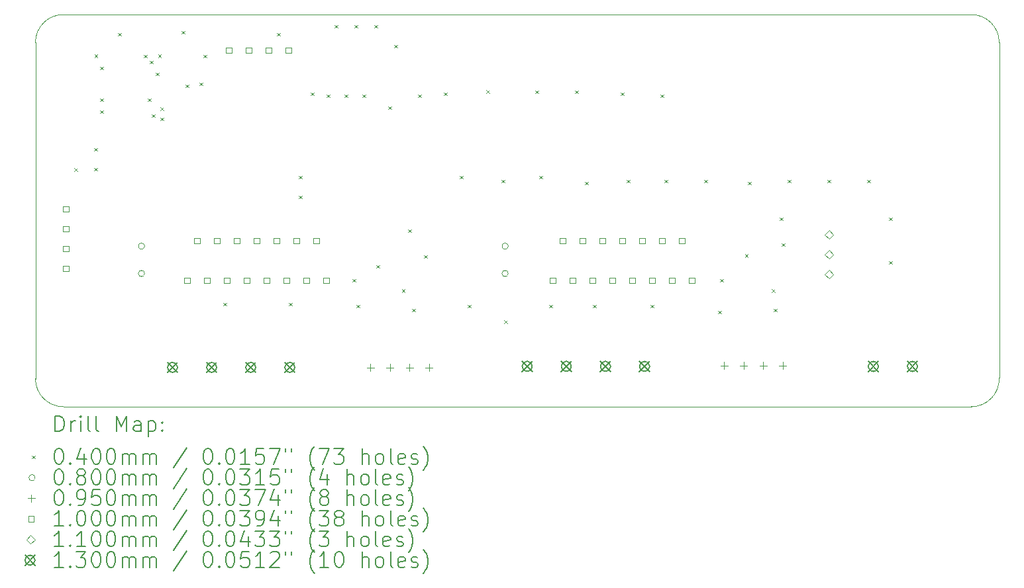
<source format=gbr>
%FSLAX45Y45*%
G04 Gerber Fmt 4.5, Leading zero omitted, Abs format (unit mm)*
G04 Created by KiCad (PCBNEW (6.0.0)) date 2022-11-20 23:13:51*
%MOMM*%
%LPD*%
G01*
G04 APERTURE LIST*
%TA.AperFunction,Profile*%
%ADD10C,0.100000*%
%TD*%
%ADD11C,0.200000*%
%ADD12C,0.040000*%
%ADD13C,0.080000*%
%ADD14C,0.095000*%
%ADD15C,0.100000*%
%ADD16C,0.110000*%
%ADD17C,0.130000*%
G04 APERTURE END LIST*
D10*
X9084400Y-12691300D02*
G75*
G03*
X9440000Y-13046900I355600J0D01*
G01*
X9084400Y-8383400D02*
X9084400Y-12691300D01*
X9440000Y-8027800D02*
X21047900Y-8027800D01*
X21047900Y-13047127D02*
X9440000Y-13046900D01*
X21047900Y-13047127D02*
G75*
G03*
X21403500Y-12678600I0J355827D01*
G01*
X9440000Y-8027800D02*
G75*
G03*
X9084400Y-8383400I0J-355600D01*
G01*
X21403500Y-8383400D02*
G75*
G03*
X21047900Y-8027800I-355600J0D01*
G01*
X21403500Y-8383400D02*
X21403500Y-12678600D01*
D11*
D12*
X9581200Y-9993900D02*
X9621200Y-10033900D01*
X9621200Y-9993900D02*
X9581200Y-10033900D01*
X9835200Y-9733600D02*
X9875200Y-9773600D01*
X9875200Y-9733600D02*
X9835200Y-9773600D01*
X9835200Y-9987600D02*
X9875200Y-10027600D01*
X9875200Y-9987600D02*
X9835200Y-10027600D01*
X9838400Y-8536600D02*
X9878400Y-8576600D01*
X9878400Y-8536600D02*
X9838400Y-8576600D01*
X9911400Y-8692200D02*
X9951400Y-8732200D01*
X9951400Y-8692200D02*
X9911400Y-8732200D01*
X9911400Y-9098600D02*
X9951400Y-9138600D01*
X9951400Y-9098600D02*
X9911400Y-9138600D01*
X9911400Y-9251000D02*
X9951400Y-9291000D01*
X9951400Y-9251000D02*
X9911400Y-9291000D01*
X10140000Y-8260400D02*
X10180000Y-8300400D01*
X10180000Y-8260400D02*
X10140000Y-8300400D01*
X10470200Y-8539800D02*
X10510200Y-8579800D01*
X10510200Y-8539800D02*
X10470200Y-8579800D01*
X10521000Y-9098600D02*
X10561000Y-9138600D01*
X10561000Y-9098600D02*
X10521000Y-9138600D01*
X10546400Y-8616000D02*
X10586400Y-8656000D01*
X10586400Y-8616000D02*
X10546400Y-8656000D01*
X10571800Y-9301800D02*
X10611800Y-9341800D01*
X10611800Y-9301800D02*
X10571800Y-9341800D01*
X10622600Y-8768400D02*
X10662600Y-8808400D01*
X10662600Y-8768400D02*
X10622600Y-8808400D01*
X10651200Y-8536600D02*
X10691200Y-8576600D01*
X10691200Y-8536600D02*
X10651200Y-8576600D01*
X10680500Y-9345500D02*
X10720500Y-9385500D01*
X10720500Y-9345500D02*
X10680500Y-9385500D01*
X10683500Y-9215500D02*
X10723500Y-9255500D01*
X10723500Y-9215500D02*
X10683500Y-9255500D01*
X10952800Y-8235000D02*
X10992800Y-8275000D01*
X10992800Y-8235000D02*
X10952800Y-8275000D01*
X11003600Y-8920800D02*
X11043600Y-8960800D01*
X11043600Y-8920800D02*
X11003600Y-8960800D01*
X11181400Y-8895400D02*
X11221400Y-8935400D01*
X11221400Y-8895400D02*
X11181400Y-8935400D01*
X11232200Y-8539800D02*
X11272200Y-8579800D01*
X11272200Y-8539800D02*
X11232200Y-8579800D01*
X11486200Y-11714800D02*
X11526200Y-11754800D01*
X11526200Y-11714800D02*
X11486200Y-11754800D01*
X12172000Y-8260400D02*
X12212000Y-8300400D01*
X12212000Y-8260400D02*
X12172000Y-8300400D01*
X12324400Y-11714800D02*
X12364400Y-11754800D01*
X12364400Y-11714800D02*
X12324400Y-11754800D01*
X12451400Y-10089200D02*
X12491400Y-10129200D01*
X12491400Y-10089200D02*
X12451400Y-10129200D01*
X12451400Y-10343200D02*
X12491400Y-10383200D01*
X12491400Y-10343200D02*
X12451400Y-10383200D01*
X12603800Y-9022400D02*
X12643800Y-9062400D01*
X12643800Y-9022400D02*
X12603800Y-9062400D01*
X12807000Y-9047800D02*
X12847000Y-9087800D01*
X12847000Y-9047800D02*
X12807000Y-9087800D01*
X12908600Y-8158800D02*
X12948600Y-8198800D01*
X12948600Y-8158800D02*
X12908600Y-8198800D01*
X13035600Y-9047800D02*
X13075600Y-9087800D01*
X13075600Y-9047800D02*
X13035600Y-9087800D01*
X13137200Y-11410000D02*
X13177200Y-11450000D01*
X13177200Y-11410000D02*
X13137200Y-11450000D01*
X13162600Y-8158800D02*
X13202600Y-8198800D01*
X13202600Y-8158800D02*
X13162600Y-8198800D01*
X13188000Y-11740200D02*
X13228000Y-11780200D01*
X13228000Y-11740200D02*
X13188000Y-11780200D01*
X13264200Y-9047800D02*
X13304200Y-9087800D01*
X13304200Y-9047800D02*
X13264200Y-9087800D01*
X13416600Y-8158800D02*
X13456600Y-8198800D01*
X13456600Y-8158800D02*
X13416600Y-8198800D01*
X13442000Y-11232200D02*
X13482000Y-11272200D01*
X13482000Y-11232200D02*
X13442000Y-11272200D01*
X13594400Y-9200200D02*
X13634400Y-9240200D01*
X13634400Y-9200200D02*
X13594400Y-9240200D01*
X13670600Y-8412800D02*
X13710600Y-8452800D01*
X13710600Y-8412800D02*
X13670600Y-8452800D01*
X13767549Y-11541651D02*
X13807549Y-11581651D01*
X13807549Y-11541651D02*
X13767549Y-11581651D01*
X13848400Y-10775000D02*
X13888400Y-10815000D01*
X13888400Y-10775000D02*
X13848400Y-10815000D01*
X13899200Y-11791000D02*
X13939200Y-11831000D01*
X13939200Y-11791000D02*
X13899200Y-11831000D01*
X13975400Y-9047800D02*
X14015400Y-9087800D01*
X14015400Y-9047800D02*
X13975400Y-9087800D01*
X14051600Y-11105200D02*
X14091600Y-11145200D01*
X14091600Y-11105200D02*
X14051600Y-11145200D01*
X14305600Y-9022400D02*
X14345600Y-9062400D01*
X14345600Y-9022400D02*
X14305600Y-9062400D01*
X14508800Y-10089200D02*
X14548800Y-10129200D01*
X14548800Y-10089200D02*
X14508800Y-10129200D01*
X14610400Y-11740200D02*
X14650400Y-11780200D01*
X14650400Y-11740200D02*
X14610400Y-11780200D01*
X14844548Y-8991452D02*
X14884548Y-9031452D01*
X14884548Y-8991452D02*
X14844548Y-9031452D01*
X15042200Y-10140000D02*
X15082200Y-10180000D01*
X15082200Y-10140000D02*
X15042200Y-10180000D01*
X15072649Y-11938351D02*
X15112649Y-11978351D01*
X15112649Y-11938351D02*
X15072649Y-11978351D01*
X15474000Y-8997000D02*
X15514000Y-9037000D01*
X15514000Y-8997000D02*
X15474000Y-9037000D01*
X15524800Y-10089200D02*
X15564800Y-10129200D01*
X15564800Y-10089200D02*
X15524800Y-10129200D01*
X15651800Y-11740200D02*
X15691800Y-11780200D01*
X15691800Y-11740200D02*
X15651800Y-11780200D01*
X15982000Y-8997000D02*
X16022000Y-9037000D01*
X16022000Y-8997000D02*
X15982000Y-9037000D01*
X16109000Y-10165400D02*
X16149000Y-10205400D01*
X16149000Y-10165400D02*
X16109000Y-10205400D01*
X16210600Y-11740200D02*
X16250600Y-11780200D01*
X16250600Y-11740200D02*
X16210600Y-11780200D01*
X16566200Y-9022400D02*
X16606200Y-9062400D01*
X16606200Y-9022400D02*
X16566200Y-9062400D01*
X16642400Y-10140000D02*
X16682400Y-10180000D01*
X16682400Y-10140000D02*
X16642400Y-10180000D01*
X16947200Y-11740200D02*
X16987200Y-11780200D01*
X16987200Y-11740200D02*
X16947200Y-11780200D01*
X17074200Y-9047800D02*
X17114200Y-9087800D01*
X17114200Y-9047800D02*
X17074200Y-9087800D01*
X17125000Y-10140000D02*
X17165000Y-10180000D01*
X17165000Y-10140000D02*
X17125000Y-10180000D01*
X17633000Y-10140000D02*
X17673000Y-10180000D01*
X17673000Y-10140000D02*
X17633000Y-10180000D01*
X17810800Y-11816400D02*
X17850800Y-11856400D01*
X17850800Y-11816400D02*
X17810800Y-11856400D01*
X17836200Y-11410000D02*
X17876200Y-11450000D01*
X17876200Y-11410000D02*
X17836200Y-11450000D01*
X18153700Y-11092500D02*
X18193700Y-11132500D01*
X18193700Y-11092500D02*
X18153700Y-11132500D01*
X18191800Y-10165400D02*
X18231800Y-10205400D01*
X18231800Y-10165400D02*
X18191800Y-10205400D01*
X18493649Y-11539951D02*
X18533649Y-11579951D01*
X18533649Y-11539951D02*
X18493649Y-11579951D01*
X18522000Y-11791000D02*
X18562000Y-11831000D01*
X18562000Y-11791000D02*
X18522000Y-11831000D01*
X18598200Y-10622600D02*
X18638200Y-10662600D01*
X18638200Y-10622600D02*
X18598200Y-10662600D01*
X18623600Y-10952800D02*
X18663600Y-10992800D01*
X18663600Y-10952800D02*
X18623600Y-10992800D01*
X18699800Y-10140000D02*
X18739800Y-10180000D01*
X18739800Y-10140000D02*
X18699800Y-10180000D01*
X19207800Y-10140000D02*
X19247800Y-10180000D01*
X19247800Y-10140000D02*
X19207800Y-10180000D01*
X19715800Y-10140000D02*
X19755800Y-10180000D01*
X19755800Y-10140000D02*
X19715800Y-10180000D01*
X19995200Y-10622600D02*
X20035200Y-10662600D01*
X20035200Y-10622600D02*
X19995200Y-10662600D01*
X19995200Y-11181400D02*
X20035200Y-11221400D01*
X20035200Y-11181400D02*
X19995200Y-11221400D01*
D13*
X10479400Y-10991265D02*
G75*
G03*
X10479400Y-10991265I-40000J0D01*
G01*
X10479400Y-11341265D02*
G75*
G03*
X10479400Y-11341265I-40000J0D01*
G01*
X15127600Y-10991265D02*
G75*
G03*
X15127600Y-10991265I-40000J0D01*
G01*
X15127600Y-11341265D02*
G75*
G03*
X15127600Y-11341265I-40000J0D01*
G01*
D14*
X13366400Y-12498400D02*
X13366400Y-12593400D01*
X13318900Y-12545900D02*
X13413900Y-12545900D01*
X13616400Y-12498400D02*
X13616400Y-12593400D01*
X13568900Y-12545900D02*
X13663900Y-12545900D01*
X13866400Y-12498400D02*
X13866400Y-12593400D01*
X13818900Y-12545900D02*
X13913900Y-12545900D01*
X14116400Y-12498400D02*
X14116400Y-12593400D01*
X14068900Y-12545900D02*
X14163900Y-12545900D01*
X17887600Y-12474700D02*
X17887600Y-12569700D01*
X17840100Y-12522200D02*
X17935100Y-12522200D01*
X18137600Y-12474700D02*
X18137600Y-12569700D01*
X18090100Y-12522200D02*
X18185100Y-12522200D01*
X18387600Y-12474700D02*
X18387600Y-12569700D01*
X18340100Y-12522200D02*
X18435100Y-12522200D01*
X18637600Y-12474700D02*
X18637600Y-12569700D01*
X18590100Y-12522200D02*
X18685100Y-12522200D01*
D15*
X9509556Y-10550956D02*
X9509556Y-10480244D01*
X9438844Y-10480244D01*
X9438844Y-10550956D01*
X9509556Y-10550956D01*
X9509556Y-10804956D02*
X9509556Y-10734244D01*
X9438844Y-10734244D01*
X9438844Y-10804956D01*
X9509556Y-10804956D01*
X9509556Y-11058956D02*
X9509556Y-10988244D01*
X9438844Y-10988244D01*
X9438844Y-11058956D01*
X9509556Y-11058956D01*
X9509556Y-11312956D02*
X9509556Y-11242244D01*
X9438844Y-11242244D01*
X9438844Y-11312956D01*
X9509556Y-11312956D01*
X11058456Y-11467056D02*
X11058456Y-11396344D01*
X10987744Y-11396344D01*
X10987744Y-11467056D01*
X11058456Y-11467056D01*
X11185456Y-10959056D02*
X11185456Y-10888344D01*
X11114744Y-10888344D01*
X11114744Y-10959056D01*
X11185456Y-10959056D01*
X11312456Y-11467056D02*
X11312456Y-11396344D01*
X11241744Y-11396344D01*
X11241744Y-11467056D01*
X11312456Y-11467056D01*
X11439456Y-10959056D02*
X11439456Y-10888344D01*
X11368744Y-10888344D01*
X11368744Y-10959056D01*
X11439456Y-10959056D01*
X11566456Y-11467056D02*
X11566456Y-11396344D01*
X11495744Y-11396344D01*
X11495744Y-11467056D01*
X11566456Y-11467056D01*
X11592356Y-8518956D02*
X11592356Y-8448244D01*
X11521644Y-8448244D01*
X11521644Y-8518956D01*
X11592356Y-8518956D01*
X11693456Y-10959056D02*
X11693456Y-10888344D01*
X11622744Y-10888344D01*
X11622744Y-10959056D01*
X11693456Y-10959056D01*
X11820456Y-11467056D02*
X11820456Y-11396344D01*
X11749744Y-11396344D01*
X11749744Y-11467056D01*
X11820456Y-11467056D01*
X11846356Y-8518956D02*
X11846356Y-8448244D01*
X11775644Y-8448244D01*
X11775644Y-8518956D01*
X11846356Y-8518956D01*
X11947456Y-10959056D02*
X11947456Y-10888344D01*
X11876744Y-10888344D01*
X11876744Y-10959056D01*
X11947456Y-10959056D01*
X12074456Y-11467056D02*
X12074456Y-11396344D01*
X12003744Y-11396344D01*
X12003744Y-11467056D01*
X12074456Y-11467056D01*
X12100356Y-8518956D02*
X12100356Y-8448244D01*
X12029644Y-8448244D01*
X12029644Y-8518956D01*
X12100356Y-8518956D01*
X12201456Y-10959056D02*
X12201456Y-10888344D01*
X12130744Y-10888344D01*
X12130744Y-10959056D01*
X12201456Y-10959056D01*
X12328456Y-11467056D02*
X12328456Y-11396344D01*
X12257744Y-11396344D01*
X12257744Y-11467056D01*
X12328456Y-11467056D01*
X12354356Y-8518956D02*
X12354356Y-8448244D01*
X12283644Y-8448244D01*
X12283644Y-8518956D01*
X12354356Y-8518956D01*
X12455456Y-10959056D02*
X12455456Y-10888344D01*
X12384744Y-10888344D01*
X12384744Y-10959056D01*
X12455456Y-10959056D01*
X12582456Y-11467056D02*
X12582456Y-11396344D01*
X12511744Y-11396344D01*
X12511744Y-11467056D01*
X12582456Y-11467056D01*
X12709456Y-10959056D02*
X12709456Y-10888344D01*
X12638744Y-10888344D01*
X12638744Y-10959056D01*
X12709456Y-10959056D01*
X12836456Y-11467056D02*
X12836456Y-11396344D01*
X12765744Y-11396344D01*
X12765744Y-11467056D01*
X12836456Y-11467056D01*
X15732556Y-11465356D02*
X15732556Y-11394644D01*
X15661844Y-11394644D01*
X15661844Y-11465356D01*
X15732556Y-11465356D01*
X15859556Y-10957356D02*
X15859556Y-10886644D01*
X15788844Y-10886644D01*
X15788844Y-10957356D01*
X15859556Y-10957356D01*
X15986556Y-11465356D02*
X15986556Y-11394644D01*
X15915844Y-11394644D01*
X15915844Y-11465356D01*
X15986556Y-11465356D01*
X16113556Y-10957356D02*
X16113556Y-10886644D01*
X16042844Y-10886644D01*
X16042844Y-10957356D01*
X16113556Y-10957356D01*
X16240556Y-11465356D02*
X16240556Y-11394644D01*
X16169844Y-11394644D01*
X16169844Y-11465356D01*
X16240556Y-11465356D01*
X16367556Y-10957356D02*
X16367556Y-10886644D01*
X16296844Y-10886644D01*
X16296844Y-10957356D01*
X16367556Y-10957356D01*
X16494556Y-11465356D02*
X16494556Y-11394644D01*
X16423844Y-11394644D01*
X16423844Y-11465356D01*
X16494556Y-11465356D01*
X16621556Y-10957356D02*
X16621556Y-10886644D01*
X16550844Y-10886644D01*
X16550844Y-10957356D01*
X16621556Y-10957356D01*
X16748556Y-11465356D02*
X16748556Y-11394644D01*
X16677844Y-11394644D01*
X16677844Y-11465356D01*
X16748556Y-11465356D01*
X16875556Y-10957356D02*
X16875556Y-10886644D01*
X16804844Y-10886644D01*
X16804844Y-10957356D01*
X16875556Y-10957356D01*
X17002556Y-11465356D02*
X17002556Y-11394644D01*
X16931844Y-11394644D01*
X16931844Y-11465356D01*
X17002556Y-11465356D01*
X17129556Y-10957356D02*
X17129556Y-10886644D01*
X17058844Y-10886644D01*
X17058844Y-10957356D01*
X17129556Y-10957356D01*
X17256556Y-11465356D02*
X17256556Y-11394644D01*
X17185844Y-11394644D01*
X17185844Y-11465356D01*
X17256556Y-11465356D01*
X17383556Y-10957356D02*
X17383556Y-10886644D01*
X17312844Y-10886644D01*
X17312844Y-10957356D01*
X17383556Y-10957356D01*
X17510556Y-11465356D02*
X17510556Y-11394644D01*
X17439844Y-11394644D01*
X17439844Y-11465356D01*
X17510556Y-11465356D01*
D16*
X19227800Y-10900800D02*
X19282800Y-10845800D01*
X19227800Y-10790800D01*
X19172800Y-10845800D01*
X19227800Y-10900800D01*
X19227800Y-11154800D02*
X19282800Y-11099800D01*
X19227800Y-11044800D01*
X19172800Y-11099800D01*
X19227800Y-11154800D01*
X19227800Y-11408800D02*
X19282800Y-11353800D01*
X19227800Y-11298800D01*
X19172800Y-11353800D01*
X19227800Y-11408800D01*
D17*
X10771400Y-12479000D02*
X10901400Y-12609000D01*
X10901400Y-12479000D02*
X10771400Y-12609000D01*
X10901400Y-12544000D02*
G75*
G03*
X10901400Y-12544000I-65000J0D01*
G01*
X11271400Y-12479000D02*
X11401400Y-12609000D01*
X11401400Y-12479000D02*
X11271400Y-12609000D01*
X11401400Y-12544000D02*
G75*
G03*
X11401400Y-12544000I-65000J0D01*
G01*
X11771400Y-12479000D02*
X11901400Y-12609000D01*
X11901400Y-12479000D02*
X11771400Y-12609000D01*
X11901400Y-12544000D02*
G75*
G03*
X11901400Y-12544000I-65000J0D01*
G01*
X12271400Y-12479000D02*
X12401400Y-12609000D01*
X12401400Y-12479000D02*
X12271400Y-12609000D01*
X12401400Y-12544000D02*
G75*
G03*
X12401400Y-12544000I-65000J0D01*
G01*
X15305300Y-12466300D02*
X15435300Y-12596300D01*
X15435300Y-12466300D02*
X15305300Y-12596300D01*
X15435300Y-12531300D02*
G75*
G03*
X15435300Y-12531300I-65000J0D01*
G01*
X15805300Y-12466300D02*
X15935300Y-12596300D01*
X15935300Y-12466300D02*
X15805300Y-12596300D01*
X15935300Y-12531300D02*
G75*
G03*
X15935300Y-12531300I-65000J0D01*
G01*
X16305300Y-12466300D02*
X16435300Y-12596300D01*
X16435300Y-12466300D02*
X16305300Y-12596300D01*
X16435300Y-12531300D02*
G75*
G03*
X16435300Y-12531300I-65000J0D01*
G01*
X16805300Y-12466300D02*
X16935300Y-12596300D01*
X16935300Y-12466300D02*
X16805300Y-12596300D01*
X16935300Y-12531300D02*
G75*
G03*
X16935300Y-12531300I-65000J0D01*
G01*
X19729600Y-12466300D02*
X19859600Y-12596300D01*
X19859600Y-12466300D02*
X19729600Y-12596300D01*
X19859600Y-12531300D02*
G75*
G03*
X19859600Y-12531300I-65000J0D01*
G01*
X20229600Y-12466300D02*
X20359600Y-12596300D01*
X20359600Y-12466300D02*
X20229600Y-12596300D01*
X20359600Y-12531300D02*
G75*
G03*
X20359600Y-12531300I-65000J0D01*
G01*
D11*
X9337019Y-13362603D02*
X9337019Y-13162603D01*
X9384638Y-13162603D01*
X9413210Y-13172127D01*
X9432257Y-13191174D01*
X9441781Y-13210222D01*
X9451305Y-13248317D01*
X9451305Y-13276889D01*
X9441781Y-13314984D01*
X9432257Y-13334031D01*
X9413210Y-13353079D01*
X9384638Y-13362603D01*
X9337019Y-13362603D01*
X9537019Y-13362603D02*
X9537019Y-13229269D01*
X9537019Y-13267365D02*
X9546543Y-13248317D01*
X9556067Y-13238793D01*
X9575114Y-13229269D01*
X9594162Y-13229269D01*
X9660829Y-13362603D02*
X9660829Y-13229269D01*
X9660829Y-13162603D02*
X9651305Y-13172127D01*
X9660829Y-13181650D01*
X9670352Y-13172127D01*
X9660829Y-13162603D01*
X9660829Y-13181650D01*
X9784638Y-13362603D02*
X9765590Y-13353079D01*
X9756067Y-13334031D01*
X9756067Y-13162603D01*
X9889400Y-13362603D02*
X9870352Y-13353079D01*
X9860829Y-13334031D01*
X9860829Y-13162603D01*
X10117971Y-13362603D02*
X10117971Y-13162603D01*
X10184638Y-13305460D01*
X10251305Y-13162603D01*
X10251305Y-13362603D01*
X10432257Y-13362603D02*
X10432257Y-13257841D01*
X10422733Y-13238793D01*
X10403686Y-13229269D01*
X10365590Y-13229269D01*
X10346543Y-13238793D01*
X10432257Y-13353079D02*
X10413210Y-13362603D01*
X10365590Y-13362603D01*
X10346543Y-13353079D01*
X10337019Y-13334031D01*
X10337019Y-13314984D01*
X10346543Y-13295936D01*
X10365590Y-13286412D01*
X10413210Y-13286412D01*
X10432257Y-13276889D01*
X10527495Y-13229269D02*
X10527495Y-13429269D01*
X10527495Y-13238793D02*
X10546543Y-13229269D01*
X10584638Y-13229269D01*
X10603686Y-13238793D01*
X10613210Y-13248317D01*
X10622733Y-13267365D01*
X10622733Y-13324508D01*
X10613210Y-13343555D01*
X10603686Y-13353079D01*
X10584638Y-13362603D01*
X10546543Y-13362603D01*
X10527495Y-13353079D01*
X10708448Y-13343555D02*
X10717971Y-13353079D01*
X10708448Y-13362603D01*
X10698924Y-13353079D01*
X10708448Y-13343555D01*
X10708448Y-13362603D01*
X10708448Y-13238793D02*
X10717971Y-13248317D01*
X10708448Y-13257841D01*
X10698924Y-13248317D01*
X10708448Y-13238793D01*
X10708448Y-13257841D01*
D12*
X9039400Y-13672127D02*
X9079400Y-13712127D01*
X9079400Y-13672127D02*
X9039400Y-13712127D01*
D11*
X9375114Y-13582603D02*
X9394162Y-13582603D01*
X9413210Y-13592127D01*
X9422733Y-13601650D01*
X9432257Y-13620698D01*
X9441781Y-13658793D01*
X9441781Y-13706412D01*
X9432257Y-13744508D01*
X9422733Y-13763555D01*
X9413210Y-13773079D01*
X9394162Y-13782603D01*
X9375114Y-13782603D01*
X9356067Y-13773079D01*
X9346543Y-13763555D01*
X9337019Y-13744508D01*
X9327495Y-13706412D01*
X9327495Y-13658793D01*
X9337019Y-13620698D01*
X9346543Y-13601650D01*
X9356067Y-13592127D01*
X9375114Y-13582603D01*
X9527495Y-13763555D02*
X9537019Y-13773079D01*
X9527495Y-13782603D01*
X9517971Y-13773079D01*
X9527495Y-13763555D01*
X9527495Y-13782603D01*
X9708448Y-13649269D02*
X9708448Y-13782603D01*
X9660829Y-13573079D02*
X9613210Y-13715936D01*
X9737019Y-13715936D01*
X9851305Y-13582603D02*
X9870352Y-13582603D01*
X9889400Y-13592127D01*
X9898924Y-13601650D01*
X9908448Y-13620698D01*
X9917971Y-13658793D01*
X9917971Y-13706412D01*
X9908448Y-13744508D01*
X9898924Y-13763555D01*
X9889400Y-13773079D01*
X9870352Y-13782603D01*
X9851305Y-13782603D01*
X9832257Y-13773079D01*
X9822733Y-13763555D01*
X9813210Y-13744508D01*
X9803686Y-13706412D01*
X9803686Y-13658793D01*
X9813210Y-13620698D01*
X9822733Y-13601650D01*
X9832257Y-13592127D01*
X9851305Y-13582603D01*
X10041781Y-13582603D02*
X10060829Y-13582603D01*
X10079876Y-13592127D01*
X10089400Y-13601650D01*
X10098924Y-13620698D01*
X10108448Y-13658793D01*
X10108448Y-13706412D01*
X10098924Y-13744508D01*
X10089400Y-13763555D01*
X10079876Y-13773079D01*
X10060829Y-13782603D01*
X10041781Y-13782603D01*
X10022733Y-13773079D01*
X10013210Y-13763555D01*
X10003686Y-13744508D01*
X9994162Y-13706412D01*
X9994162Y-13658793D01*
X10003686Y-13620698D01*
X10013210Y-13601650D01*
X10022733Y-13592127D01*
X10041781Y-13582603D01*
X10194162Y-13782603D02*
X10194162Y-13649269D01*
X10194162Y-13668317D02*
X10203686Y-13658793D01*
X10222733Y-13649269D01*
X10251305Y-13649269D01*
X10270352Y-13658793D01*
X10279876Y-13677841D01*
X10279876Y-13782603D01*
X10279876Y-13677841D02*
X10289400Y-13658793D01*
X10308448Y-13649269D01*
X10337019Y-13649269D01*
X10356067Y-13658793D01*
X10365590Y-13677841D01*
X10365590Y-13782603D01*
X10460829Y-13782603D02*
X10460829Y-13649269D01*
X10460829Y-13668317D02*
X10470352Y-13658793D01*
X10489400Y-13649269D01*
X10517971Y-13649269D01*
X10537019Y-13658793D01*
X10546543Y-13677841D01*
X10546543Y-13782603D01*
X10546543Y-13677841D02*
X10556067Y-13658793D01*
X10575114Y-13649269D01*
X10603686Y-13649269D01*
X10622733Y-13658793D01*
X10632257Y-13677841D01*
X10632257Y-13782603D01*
X11022733Y-13573079D02*
X10851305Y-13830222D01*
X11279876Y-13582603D02*
X11298924Y-13582603D01*
X11317971Y-13592127D01*
X11327495Y-13601650D01*
X11337019Y-13620698D01*
X11346543Y-13658793D01*
X11346543Y-13706412D01*
X11337019Y-13744508D01*
X11327495Y-13763555D01*
X11317971Y-13773079D01*
X11298924Y-13782603D01*
X11279876Y-13782603D01*
X11260828Y-13773079D01*
X11251305Y-13763555D01*
X11241781Y-13744508D01*
X11232257Y-13706412D01*
X11232257Y-13658793D01*
X11241781Y-13620698D01*
X11251305Y-13601650D01*
X11260828Y-13592127D01*
X11279876Y-13582603D01*
X11432257Y-13763555D02*
X11441781Y-13773079D01*
X11432257Y-13782603D01*
X11422733Y-13773079D01*
X11432257Y-13763555D01*
X11432257Y-13782603D01*
X11565590Y-13582603D02*
X11584638Y-13582603D01*
X11603686Y-13592127D01*
X11613209Y-13601650D01*
X11622733Y-13620698D01*
X11632257Y-13658793D01*
X11632257Y-13706412D01*
X11622733Y-13744508D01*
X11613209Y-13763555D01*
X11603686Y-13773079D01*
X11584638Y-13782603D01*
X11565590Y-13782603D01*
X11546543Y-13773079D01*
X11537019Y-13763555D01*
X11527495Y-13744508D01*
X11517971Y-13706412D01*
X11517971Y-13658793D01*
X11527495Y-13620698D01*
X11537019Y-13601650D01*
X11546543Y-13592127D01*
X11565590Y-13582603D01*
X11822733Y-13782603D02*
X11708448Y-13782603D01*
X11765590Y-13782603D02*
X11765590Y-13582603D01*
X11746543Y-13611174D01*
X11727495Y-13630222D01*
X11708448Y-13639746D01*
X12003686Y-13582603D02*
X11908448Y-13582603D01*
X11898924Y-13677841D01*
X11908448Y-13668317D01*
X11927495Y-13658793D01*
X11975114Y-13658793D01*
X11994162Y-13668317D01*
X12003686Y-13677841D01*
X12013209Y-13696889D01*
X12013209Y-13744508D01*
X12003686Y-13763555D01*
X11994162Y-13773079D01*
X11975114Y-13782603D01*
X11927495Y-13782603D01*
X11908448Y-13773079D01*
X11898924Y-13763555D01*
X12079876Y-13582603D02*
X12213209Y-13582603D01*
X12127495Y-13782603D01*
X12279876Y-13582603D02*
X12279876Y-13620698D01*
X12356067Y-13582603D02*
X12356067Y-13620698D01*
X12651305Y-13858793D02*
X12641781Y-13849269D01*
X12622733Y-13820698D01*
X12613209Y-13801650D01*
X12603686Y-13773079D01*
X12594162Y-13725460D01*
X12594162Y-13687365D01*
X12603686Y-13639746D01*
X12613209Y-13611174D01*
X12622733Y-13592127D01*
X12641781Y-13563555D01*
X12651305Y-13554031D01*
X12708448Y-13582603D02*
X12841781Y-13582603D01*
X12756067Y-13782603D01*
X12898924Y-13582603D02*
X13022733Y-13582603D01*
X12956067Y-13658793D01*
X12984638Y-13658793D01*
X13003686Y-13668317D01*
X13013209Y-13677841D01*
X13022733Y-13696889D01*
X13022733Y-13744508D01*
X13013209Y-13763555D01*
X13003686Y-13773079D01*
X12984638Y-13782603D01*
X12927495Y-13782603D01*
X12908448Y-13773079D01*
X12898924Y-13763555D01*
X13260828Y-13782603D02*
X13260828Y-13582603D01*
X13346543Y-13782603D02*
X13346543Y-13677841D01*
X13337019Y-13658793D01*
X13317971Y-13649269D01*
X13289400Y-13649269D01*
X13270352Y-13658793D01*
X13260828Y-13668317D01*
X13470352Y-13782603D02*
X13451305Y-13773079D01*
X13441781Y-13763555D01*
X13432257Y-13744508D01*
X13432257Y-13687365D01*
X13441781Y-13668317D01*
X13451305Y-13658793D01*
X13470352Y-13649269D01*
X13498924Y-13649269D01*
X13517971Y-13658793D01*
X13527495Y-13668317D01*
X13537019Y-13687365D01*
X13537019Y-13744508D01*
X13527495Y-13763555D01*
X13517971Y-13773079D01*
X13498924Y-13782603D01*
X13470352Y-13782603D01*
X13651305Y-13782603D02*
X13632257Y-13773079D01*
X13622733Y-13754031D01*
X13622733Y-13582603D01*
X13803686Y-13773079D02*
X13784638Y-13782603D01*
X13746543Y-13782603D01*
X13727495Y-13773079D01*
X13717971Y-13754031D01*
X13717971Y-13677841D01*
X13727495Y-13658793D01*
X13746543Y-13649269D01*
X13784638Y-13649269D01*
X13803686Y-13658793D01*
X13813209Y-13677841D01*
X13813209Y-13696889D01*
X13717971Y-13715936D01*
X13889400Y-13773079D02*
X13908448Y-13782603D01*
X13946543Y-13782603D01*
X13965590Y-13773079D01*
X13975114Y-13754031D01*
X13975114Y-13744508D01*
X13965590Y-13725460D01*
X13946543Y-13715936D01*
X13917971Y-13715936D01*
X13898924Y-13706412D01*
X13889400Y-13687365D01*
X13889400Y-13677841D01*
X13898924Y-13658793D01*
X13917971Y-13649269D01*
X13946543Y-13649269D01*
X13965590Y-13658793D01*
X14041781Y-13858793D02*
X14051305Y-13849269D01*
X14070352Y-13820698D01*
X14079876Y-13801650D01*
X14089400Y-13773079D01*
X14098924Y-13725460D01*
X14098924Y-13687365D01*
X14089400Y-13639746D01*
X14079876Y-13611174D01*
X14070352Y-13592127D01*
X14051305Y-13563555D01*
X14041781Y-13554031D01*
D13*
X9079400Y-13956127D02*
G75*
G03*
X9079400Y-13956127I-40000J0D01*
G01*
D11*
X9375114Y-13846603D02*
X9394162Y-13846603D01*
X9413210Y-13856127D01*
X9422733Y-13865650D01*
X9432257Y-13884698D01*
X9441781Y-13922793D01*
X9441781Y-13970412D01*
X9432257Y-14008508D01*
X9422733Y-14027555D01*
X9413210Y-14037079D01*
X9394162Y-14046603D01*
X9375114Y-14046603D01*
X9356067Y-14037079D01*
X9346543Y-14027555D01*
X9337019Y-14008508D01*
X9327495Y-13970412D01*
X9327495Y-13922793D01*
X9337019Y-13884698D01*
X9346543Y-13865650D01*
X9356067Y-13856127D01*
X9375114Y-13846603D01*
X9527495Y-14027555D02*
X9537019Y-14037079D01*
X9527495Y-14046603D01*
X9517971Y-14037079D01*
X9527495Y-14027555D01*
X9527495Y-14046603D01*
X9651305Y-13932317D02*
X9632257Y-13922793D01*
X9622733Y-13913269D01*
X9613210Y-13894222D01*
X9613210Y-13884698D01*
X9622733Y-13865650D01*
X9632257Y-13856127D01*
X9651305Y-13846603D01*
X9689400Y-13846603D01*
X9708448Y-13856127D01*
X9717971Y-13865650D01*
X9727495Y-13884698D01*
X9727495Y-13894222D01*
X9717971Y-13913269D01*
X9708448Y-13922793D01*
X9689400Y-13932317D01*
X9651305Y-13932317D01*
X9632257Y-13941841D01*
X9622733Y-13951365D01*
X9613210Y-13970412D01*
X9613210Y-14008508D01*
X9622733Y-14027555D01*
X9632257Y-14037079D01*
X9651305Y-14046603D01*
X9689400Y-14046603D01*
X9708448Y-14037079D01*
X9717971Y-14027555D01*
X9727495Y-14008508D01*
X9727495Y-13970412D01*
X9717971Y-13951365D01*
X9708448Y-13941841D01*
X9689400Y-13932317D01*
X9851305Y-13846603D02*
X9870352Y-13846603D01*
X9889400Y-13856127D01*
X9898924Y-13865650D01*
X9908448Y-13884698D01*
X9917971Y-13922793D01*
X9917971Y-13970412D01*
X9908448Y-14008508D01*
X9898924Y-14027555D01*
X9889400Y-14037079D01*
X9870352Y-14046603D01*
X9851305Y-14046603D01*
X9832257Y-14037079D01*
X9822733Y-14027555D01*
X9813210Y-14008508D01*
X9803686Y-13970412D01*
X9803686Y-13922793D01*
X9813210Y-13884698D01*
X9822733Y-13865650D01*
X9832257Y-13856127D01*
X9851305Y-13846603D01*
X10041781Y-13846603D02*
X10060829Y-13846603D01*
X10079876Y-13856127D01*
X10089400Y-13865650D01*
X10098924Y-13884698D01*
X10108448Y-13922793D01*
X10108448Y-13970412D01*
X10098924Y-14008508D01*
X10089400Y-14027555D01*
X10079876Y-14037079D01*
X10060829Y-14046603D01*
X10041781Y-14046603D01*
X10022733Y-14037079D01*
X10013210Y-14027555D01*
X10003686Y-14008508D01*
X9994162Y-13970412D01*
X9994162Y-13922793D01*
X10003686Y-13884698D01*
X10013210Y-13865650D01*
X10022733Y-13856127D01*
X10041781Y-13846603D01*
X10194162Y-14046603D02*
X10194162Y-13913269D01*
X10194162Y-13932317D02*
X10203686Y-13922793D01*
X10222733Y-13913269D01*
X10251305Y-13913269D01*
X10270352Y-13922793D01*
X10279876Y-13941841D01*
X10279876Y-14046603D01*
X10279876Y-13941841D02*
X10289400Y-13922793D01*
X10308448Y-13913269D01*
X10337019Y-13913269D01*
X10356067Y-13922793D01*
X10365590Y-13941841D01*
X10365590Y-14046603D01*
X10460829Y-14046603D02*
X10460829Y-13913269D01*
X10460829Y-13932317D02*
X10470352Y-13922793D01*
X10489400Y-13913269D01*
X10517971Y-13913269D01*
X10537019Y-13922793D01*
X10546543Y-13941841D01*
X10546543Y-14046603D01*
X10546543Y-13941841D02*
X10556067Y-13922793D01*
X10575114Y-13913269D01*
X10603686Y-13913269D01*
X10622733Y-13922793D01*
X10632257Y-13941841D01*
X10632257Y-14046603D01*
X11022733Y-13837079D02*
X10851305Y-14094222D01*
X11279876Y-13846603D02*
X11298924Y-13846603D01*
X11317971Y-13856127D01*
X11327495Y-13865650D01*
X11337019Y-13884698D01*
X11346543Y-13922793D01*
X11346543Y-13970412D01*
X11337019Y-14008508D01*
X11327495Y-14027555D01*
X11317971Y-14037079D01*
X11298924Y-14046603D01*
X11279876Y-14046603D01*
X11260828Y-14037079D01*
X11251305Y-14027555D01*
X11241781Y-14008508D01*
X11232257Y-13970412D01*
X11232257Y-13922793D01*
X11241781Y-13884698D01*
X11251305Y-13865650D01*
X11260828Y-13856127D01*
X11279876Y-13846603D01*
X11432257Y-14027555D02*
X11441781Y-14037079D01*
X11432257Y-14046603D01*
X11422733Y-14037079D01*
X11432257Y-14027555D01*
X11432257Y-14046603D01*
X11565590Y-13846603D02*
X11584638Y-13846603D01*
X11603686Y-13856127D01*
X11613209Y-13865650D01*
X11622733Y-13884698D01*
X11632257Y-13922793D01*
X11632257Y-13970412D01*
X11622733Y-14008508D01*
X11613209Y-14027555D01*
X11603686Y-14037079D01*
X11584638Y-14046603D01*
X11565590Y-14046603D01*
X11546543Y-14037079D01*
X11537019Y-14027555D01*
X11527495Y-14008508D01*
X11517971Y-13970412D01*
X11517971Y-13922793D01*
X11527495Y-13884698D01*
X11537019Y-13865650D01*
X11546543Y-13856127D01*
X11565590Y-13846603D01*
X11698924Y-13846603D02*
X11822733Y-13846603D01*
X11756067Y-13922793D01*
X11784638Y-13922793D01*
X11803686Y-13932317D01*
X11813209Y-13941841D01*
X11822733Y-13960889D01*
X11822733Y-14008508D01*
X11813209Y-14027555D01*
X11803686Y-14037079D01*
X11784638Y-14046603D01*
X11727495Y-14046603D01*
X11708448Y-14037079D01*
X11698924Y-14027555D01*
X12013209Y-14046603D02*
X11898924Y-14046603D01*
X11956067Y-14046603D02*
X11956067Y-13846603D01*
X11937019Y-13875174D01*
X11917971Y-13894222D01*
X11898924Y-13903746D01*
X12194162Y-13846603D02*
X12098924Y-13846603D01*
X12089400Y-13941841D01*
X12098924Y-13932317D01*
X12117971Y-13922793D01*
X12165590Y-13922793D01*
X12184638Y-13932317D01*
X12194162Y-13941841D01*
X12203686Y-13960889D01*
X12203686Y-14008508D01*
X12194162Y-14027555D01*
X12184638Y-14037079D01*
X12165590Y-14046603D01*
X12117971Y-14046603D01*
X12098924Y-14037079D01*
X12089400Y-14027555D01*
X12279876Y-13846603D02*
X12279876Y-13884698D01*
X12356067Y-13846603D02*
X12356067Y-13884698D01*
X12651305Y-14122793D02*
X12641781Y-14113269D01*
X12622733Y-14084698D01*
X12613209Y-14065650D01*
X12603686Y-14037079D01*
X12594162Y-13989460D01*
X12594162Y-13951365D01*
X12603686Y-13903746D01*
X12613209Y-13875174D01*
X12622733Y-13856127D01*
X12641781Y-13827555D01*
X12651305Y-13818031D01*
X12813209Y-13913269D02*
X12813209Y-14046603D01*
X12765590Y-13837079D02*
X12717971Y-13979936D01*
X12841781Y-13979936D01*
X13070352Y-14046603D02*
X13070352Y-13846603D01*
X13156067Y-14046603D02*
X13156067Y-13941841D01*
X13146543Y-13922793D01*
X13127495Y-13913269D01*
X13098924Y-13913269D01*
X13079876Y-13922793D01*
X13070352Y-13932317D01*
X13279876Y-14046603D02*
X13260828Y-14037079D01*
X13251305Y-14027555D01*
X13241781Y-14008508D01*
X13241781Y-13951365D01*
X13251305Y-13932317D01*
X13260828Y-13922793D01*
X13279876Y-13913269D01*
X13308448Y-13913269D01*
X13327495Y-13922793D01*
X13337019Y-13932317D01*
X13346543Y-13951365D01*
X13346543Y-14008508D01*
X13337019Y-14027555D01*
X13327495Y-14037079D01*
X13308448Y-14046603D01*
X13279876Y-14046603D01*
X13460828Y-14046603D02*
X13441781Y-14037079D01*
X13432257Y-14018031D01*
X13432257Y-13846603D01*
X13613209Y-14037079D02*
X13594162Y-14046603D01*
X13556067Y-14046603D01*
X13537019Y-14037079D01*
X13527495Y-14018031D01*
X13527495Y-13941841D01*
X13537019Y-13922793D01*
X13556067Y-13913269D01*
X13594162Y-13913269D01*
X13613209Y-13922793D01*
X13622733Y-13941841D01*
X13622733Y-13960889D01*
X13527495Y-13979936D01*
X13698924Y-14037079D02*
X13717971Y-14046603D01*
X13756067Y-14046603D01*
X13775114Y-14037079D01*
X13784638Y-14018031D01*
X13784638Y-14008508D01*
X13775114Y-13989460D01*
X13756067Y-13979936D01*
X13727495Y-13979936D01*
X13708448Y-13970412D01*
X13698924Y-13951365D01*
X13698924Y-13941841D01*
X13708448Y-13922793D01*
X13727495Y-13913269D01*
X13756067Y-13913269D01*
X13775114Y-13922793D01*
X13851305Y-14122793D02*
X13860828Y-14113269D01*
X13879876Y-14084698D01*
X13889400Y-14065650D01*
X13898924Y-14037079D01*
X13908448Y-13989460D01*
X13908448Y-13951365D01*
X13898924Y-13903746D01*
X13889400Y-13875174D01*
X13879876Y-13856127D01*
X13860828Y-13827555D01*
X13851305Y-13818031D01*
D14*
X9031900Y-14172627D02*
X9031900Y-14267627D01*
X8984400Y-14220127D02*
X9079400Y-14220127D01*
D11*
X9375114Y-14110603D02*
X9394162Y-14110603D01*
X9413210Y-14120127D01*
X9422733Y-14129650D01*
X9432257Y-14148698D01*
X9441781Y-14186793D01*
X9441781Y-14234412D01*
X9432257Y-14272508D01*
X9422733Y-14291555D01*
X9413210Y-14301079D01*
X9394162Y-14310603D01*
X9375114Y-14310603D01*
X9356067Y-14301079D01*
X9346543Y-14291555D01*
X9337019Y-14272508D01*
X9327495Y-14234412D01*
X9327495Y-14186793D01*
X9337019Y-14148698D01*
X9346543Y-14129650D01*
X9356067Y-14120127D01*
X9375114Y-14110603D01*
X9527495Y-14291555D02*
X9537019Y-14301079D01*
X9527495Y-14310603D01*
X9517971Y-14301079D01*
X9527495Y-14291555D01*
X9527495Y-14310603D01*
X9632257Y-14310603D02*
X9670352Y-14310603D01*
X9689400Y-14301079D01*
X9698924Y-14291555D01*
X9717971Y-14262984D01*
X9727495Y-14224889D01*
X9727495Y-14148698D01*
X9717971Y-14129650D01*
X9708448Y-14120127D01*
X9689400Y-14110603D01*
X9651305Y-14110603D01*
X9632257Y-14120127D01*
X9622733Y-14129650D01*
X9613210Y-14148698D01*
X9613210Y-14196317D01*
X9622733Y-14215365D01*
X9632257Y-14224889D01*
X9651305Y-14234412D01*
X9689400Y-14234412D01*
X9708448Y-14224889D01*
X9717971Y-14215365D01*
X9727495Y-14196317D01*
X9908448Y-14110603D02*
X9813210Y-14110603D01*
X9803686Y-14205841D01*
X9813210Y-14196317D01*
X9832257Y-14186793D01*
X9879876Y-14186793D01*
X9898924Y-14196317D01*
X9908448Y-14205841D01*
X9917971Y-14224889D01*
X9917971Y-14272508D01*
X9908448Y-14291555D01*
X9898924Y-14301079D01*
X9879876Y-14310603D01*
X9832257Y-14310603D01*
X9813210Y-14301079D01*
X9803686Y-14291555D01*
X10041781Y-14110603D02*
X10060829Y-14110603D01*
X10079876Y-14120127D01*
X10089400Y-14129650D01*
X10098924Y-14148698D01*
X10108448Y-14186793D01*
X10108448Y-14234412D01*
X10098924Y-14272508D01*
X10089400Y-14291555D01*
X10079876Y-14301079D01*
X10060829Y-14310603D01*
X10041781Y-14310603D01*
X10022733Y-14301079D01*
X10013210Y-14291555D01*
X10003686Y-14272508D01*
X9994162Y-14234412D01*
X9994162Y-14186793D01*
X10003686Y-14148698D01*
X10013210Y-14129650D01*
X10022733Y-14120127D01*
X10041781Y-14110603D01*
X10194162Y-14310603D02*
X10194162Y-14177269D01*
X10194162Y-14196317D02*
X10203686Y-14186793D01*
X10222733Y-14177269D01*
X10251305Y-14177269D01*
X10270352Y-14186793D01*
X10279876Y-14205841D01*
X10279876Y-14310603D01*
X10279876Y-14205841D02*
X10289400Y-14186793D01*
X10308448Y-14177269D01*
X10337019Y-14177269D01*
X10356067Y-14186793D01*
X10365590Y-14205841D01*
X10365590Y-14310603D01*
X10460829Y-14310603D02*
X10460829Y-14177269D01*
X10460829Y-14196317D02*
X10470352Y-14186793D01*
X10489400Y-14177269D01*
X10517971Y-14177269D01*
X10537019Y-14186793D01*
X10546543Y-14205841D01*
X10546543Y-14310603D01*
X10546543Y-14205841D02*
X10556067Y-14186793D01*
X10575114Y-14177269D01*
X10603686Y-14177269D01*
X10622733Y-14186793D01*
X10632257Y-14205841D01*
X10632257Y-14310603D01*
X11022733Y-14101079D02*
X10851305Y-14358222D01*
X11279876Y-14110603D02*
X11298924Y-14110603D01*
X11317971Y-14120127D01*
X11327495Y-14129650D01*
X11337019Y-14148698D01*
X11346543Y-14186793D01*
X11346543Y-14234412D01*
X11337019Y-14272508D01*
X11327495Y-14291555D01*
X11317971Y-14301079D01*
X11298924Y-14310603D01*
X11279876Y-14310603D01*
X11260828Y-14301079D01*
X11251305Y-14291555D01*
X11241781Y-14272508D01*
X11232257Y-14234412D01*
X11232257Y-14186793D01*
X11241781Y-14148698D01*
X11251305Y-14129650D01*
X11260828Y-14120127D01*
X11279876Y-14110603D01*
X11432257Y-14291555D02*
X11441781Y-14301079D01*
X11432257Y-14310603D01*
X11422733Y-14301079D01*
X11432257Y-14291555D01*
X11432257Y-14310603D01*
X11565590Y-14110603D02*
X11584638Y-14110603D01*
X11603686Y-14120127D01*
X11613209Y-14129650D01*
X11622733Y-14148698D01*
X11632257Y-14186793D01*
X11632257Y-14234412D01*
X11622733Y-14272508D01*
X11613209Y-14291555D01*
X11603686Y-14301079D01*
X11584638Y-14310603D01*
X11565590Y-14310603D01*
X11546543Y-14301079D01*
X11537019Y-14291555D01*
X11527495Y-14272508D01*
X11517971Y-14234412D01*
X11517971Y-14186793D01*
X11527495Y-14148698D01*
X11537019Y-14129650D01*
X11546543Y-14120127D01*
X11565590Y-14110603D01*
X11698924Y-14110603D02*
X11822733Y-14110603D01*
X11756067Y-14186793D01*
X11784638Y-14186793D01*
X11803686Y-14196317D01*
X11813209Y-14205841D01*
X11822733Y-14224889D01*
X11822733Y-14272508D01*
X11813209Y-14291555D01*
X11803686Y-14301079D01*
X11784638Y-14310603D01*
X11727495Y-14310603D01*
X11708448Y-14301079D01*
X11698924Y-14291555D01*
X11889400Y-14110603D02*
X12022733Y-14110603D01*
X11937019Y-14310603D01*
X12184638Y-14177269D02*
X12184638Y-14310603D01*
X12137019Y-14101079D02*
X12089400Y-14243936D01*
X12213209Y-14243936D01*
X12279876Y-14110603D02*
X12279876Y-14148698D01*
X12356067Y-14110603D02*
X12356067Y-14148698D01*
X12651305Y-14386793D02*
X12641781Y-14377269D01*
X12622733Y-14348698D01*
X12613209Y-14329650D01*
X12603686Y-14301079D01*
X12594162Y-14253460D01*
X12594162Y-14215365D01*
X12603686Y-14167746D01*
X12613209Y-14139174D01*
X12622733Y-14120127D01*
X12641781Y-14091555D01*
X12651305Y-14082031D01*
X12756067Y-14196317D02*
X12737019Y-14186793D01*
X12727495Y-14177269D01*
X12717971Y-14158222D01*
X12717971Y-14148698D01*
X12727495Y-14129650D01*
X12737019Y-14120127D01*
X12756067Y-14110603D01*
X12794162Y-14110603D01*
X12813209Y-14120127D01*
X12822733Y-14129650D01*
X12832257Y-14148698D01*
X12832257Y-14158222D01*
X12822733Y-14177269D01*
X12813209Y-14186793D01*
X12794162Y-14196317D01*
X12756067Y-14196317D01*
X12737019Y-14205841D01*
X12727495Y-14215365D01*
X12717971Y-14234412D01*
X12717971Y-14272508D01*
X12727495Y-14291555D01*
X12737019Y-14301079D01*
X12756067Y-14310603D01*
X12794162Y-14310603D01*
X12813209Y-14301079D01*
X12822733Y-14291555D01*
X12832257Y-14272508D01*
X12832257Y-14234412D01*
X12822733Y-14215365D01*
X12813209Y-14205841D01*
X12794162Y-14196317D01*
X13070352Y-14310603D02*
X13070352Y-14110603D01*
X13156067Y-14310603D02*
X13156067Y-14205841D01*
X13146543Y-14186793D01*
X13127495Y-14177269D01*
X13098924Y-14177269D01*
X13079876Y-14186793D01*
X13070352Y-14196317D01*
X13279876Y-14310603D02*
X13260828Y-14301079D01*
X13251305Y-14291555D01*
X13241781Y-14272508D01*
X13241781Y-14215365D01*
X13251305Y-14196317D01*
X13260828Y-14186793D01*
X13279876Y-14177269D01*
X13308448Y-14177269D01*
X13327495Y-14186793D01*
X13337019Y-14196317D01*
X13346543Y-14215365D01*
X13346543Y-14272508D01*
X13337019Y-14291555D01*
X13327495Y-14301079D01*
X13308448Y-14310603D01*
X13279876Y-14310603D01*
X13460828Y-14310603D02*
X13441781Y-14301079D01*
X13432257Y-14282031D01*
X13432257Y-14110603D01*
X13613209Y-14301079D02*
X13594162Y-14310603D01*
X13556067Y-14310603D01*
X13537019Y-14301079D01*
X13527495Y-14282031D01*
X13527495Y-14205841D01*
X13537019Y-14186793D01*
X13556067Y-14177269D01*
X13594162Y-14177269D01*
X13613209Y-14186793D01*
X13622733Y-14205841D01*
X13622733Y-14224889D01*
X13527495Y-14243936D01*
X13698924Y-14301079D02*
X13717971Y-14310603D01*
X13756067Y-14310603D01*
X13775114Y-14301079D01*
X13784638Y-14282031D01*
X13784638Y-14272508D01*
X13775114Y-14253460D01*
X13756067Y-14243936D01*
X13727495Y-14243936D01*
X13708448Y-14234412D01*
X13698924Y-14215365D01*
X13698924Y-14205841D01*
X13708448Y-14186793D01*
X13727495Y-14177269D01*
X13756067Y-14177269D01*
X13775114Y-14186793D01*
X13851305Y-14386793D02*
X13860828Y-14377269D01*
X13879876Y-14348698D01*
X13889400Y-14329650D01*
X13898924Y-14301079D01*
X13908448Y-14253460D01*
X13908448Y-14215365D01*
X13898924Y-14167746D01*
X13889400Y-14139174D01*
X13879876Y-14120127D01*
X13860828Y-14091555D01*
X13851305Y-14082031D01*
D15*
X9064756Y-14519482D02*
X9064756Y-14448771D01*
X8994044Y-14448771D01*
X8994044Y-14519482D01*
X9064756Y-14519482D01*
D11*
X9441781Y-14574603D02*
X9327495Y-14574603D01*
X9384638Y-14574603D02*
X9384638Y-14374603D01*
X9365590Y-14403174D01*
X9346543Y-14422222D01*
X9327495Y-14431746D01*
X9527495Y-14555555D02*
X9537019Y-14565079D01*
X9527495Y-14574603D01*
X9517971Y-14565079D01*
X9527495Y-14555555D01*
X9527495Y-14574603D01*
X9660829Y-14374603D02*
X9679876Y-14374603D01*
X9698924Y-14384127D01*
X9708448Y-14393650D01*
X9717971Y-14412698D01*
X9727495Y-14450793D01*
X9727495Y-14498412D01*
X9717971Y-14536508D01*
X9708448Y-14555555D01*
X9698924Y-14565079D01*
X9679876Y-14574603D01*
X9660829Y-14574603D01*
X9641781Y-14565079D01*
X9632257Y-14555555D01*
X9622733Y-14536508D01*
X9613210Y-14498412D01*
X9613210Y-14450793D01*
X9622733Y-14412698D01*
X9632257Y-14393650D01*
X9641781Y-14384127D01*
X9660829Y-14374603D01*
X9851305Y-14374603D02*
X9870352Y-14374603D01*
X9889400Y-14384127D01*
X9898924Y-14393650D01*
X9908448Y-14412698D01*
X9917971Y-14450793D01*
X9917971Y-14498412D01*
X9908448Y-14536508D01*
X9898924Y-14555555D01*
X9889400Y-14565079D01*
X9870352Y-14574603D01*
X9851305Y-14574603D01*
X9832257Y-14565079D01*
X9822733Y-14555555D01*
X9813210Y-14536508D01*
X9803686Y-14498412D01*
X9803686Y-14450793D01*
X9813210Y-14412698D01*
X9822733Y-14393650D01*
X9832257Y-14384127D01*
X9851305Y-14374603D01*
X10041781Y-14374603D02*
X10060829Y-14374603D01*
X10079876Y-14384127D01*
X10089400Y-14393650D01*
X10098924Y-14412698D01*
X10108448Y-14450793D01*
X10108448Y-14498412D01*
X10098924Y-14536508D01*
X10089400Y-14555555D01*
X10079876Y-14565079D01*
X10060829Y-14574603D01*
X10041781Y-14574603D01*
X10022733Y-14565079D01*
X10013210Y-14555555D01*
X10003686Y-14536508D01*
X9994162Y-14498412D01*
X9994162Y-14450793D01*
X10003686Y-14412698D01*
X10013210Y-14393650D01*
X10022733Y-14384127D01*
X10041781Y-14374603D01*
X10194162Y-14574603D02*
X10194162Y-14441269D01*
X10194162Y-14460317D02*
X10203686Y-14450793D01*
X10222733Y-14441269D01*
X10251305Y-14441269D01*
X10270352Y-14450793D01*
X10279876Y-14469841D01*
X10279876Y-14574603D01*
X10279876Y-14469841D02*
X10289400Y-14450793D01*
X10308448Y-14441269D01*
X10337019Y-14441269D01*
X10356067Y-14450793D01*
X10365590Y-14469841D01*
X10365590Y-14574603D01*
X10460829Y-14574603D02*
X10460829Y-14441269D01*
X10460829Y-14460317D02*
X10470352Y-14450793D01*
X10489400Y-14441269D01*
X10517971Y-14441269D01*
X10537019Y-14450793D01*
X10546543Y-14469841D01*
X10546543Y-14574603D01*
X10546543Y-14469841D02*
X10556067Y-14450793D01*
X10575114Y-14441269D01*
X10603686Y-14441269D01*
X10622733Y-14450793D01*
X10632257Y-14469841D01*
X10632257Y-14574603D01*
X11022733Y-14365079D02*
X10851305Y-14622222D01*
X11279876Y-14374603D02*
X11298924Y-14374603D01*
X11317971Y-14384127D01*
X11327495Y-14393650D01*
X11337019Y-14412698D01*
X11346543Y-14450793D01*
X11346543Y-14498412D01*
X11337019Y-14536508D01*
X11327495Y-14555555D01*
X11317971Y-14565079D01*
X11298924Y-14574603D01*
X11279876Y-14574603D01*
X11260828Y-14565079D01*
X11251305Y-14555555D01*
X11241781Y-14536508D01*
X11232257Y-14498412D01*
X11232257Y-14450793D01*
X11241781Y-14412698D01*
X11251305Y-14393650D01*
X11260828Y-14384127D01*
X11279876Y-14374603D01*
X11432257Y-14555555D02*
X11441781Y-14565079D01*
X11432257Y-14574603D01*
X11422733Y-14565079D01*
X11432257Y-14555555D01*
X11432257Y-14574603D01*
X11565590Y-14374603D02*
X11584638Y-14374603D01*
X11603686Y-14384127D01*
X11613209Y-14393650D01*
X11622733Y-14412698D01*
X11632257Y-14450793D01*
X11632257Y-14498412D01*
X11622733Y-14536508D01*
X11613209Y-14555555D01*
X11603686Y-14565079D01*
X11584638Y-14574603D01*
X11565590Y-14574603D01*
X11546543Y-14565079D01*
X11537019Y-14555555D01*
X11527495Y-14536508D01*
X11517971Y-14498412D01*
X11517971Y-14450793D01*
X11527495Y-14412698D01*
X11537019Y-14393650D01*
X11546543Y-14384127D01*
X11565590Y-14374603D01*
X11698924Y-14374603D02*
X11822733Y-14374603D01*
X11756067Y-14450793D01*
X11784638Y-14450793D01*
X11803686Y-14460317D01*
X11813209Y-14469841D01*
X11822733Y-14488889D01*
X11822733Y-14536508D01*
X11813209Y-14555555D01*
X11803686Y-14565079D01*
X11784638Y-14574603D01*
X11727495Y-14574603D01*
X11708448Y-14565079D01*
X11698924Y-14555555D01*
X11917971Y-14574603D02*
X11956067Y-14574603D01*
X11975114Y-14565079D01*
X11984638Y-14555555D01*
X12003686Y-14526984D01*
X12013209Y-14488889D01*
X12013209Y-14412698D01*
X12003686Y-14393650D01*
X11994162Y-14384127D01*
X11975114Y-14374603D01*
X11937019Y-14374603D01*
X11917971Y-14384127D01*
X11908448Y-14393650D01*
X11898924Y-14412698D01*
X11898924Y-14460317D01*
X11908448Y-14479365D01*
X11917971Y-14488889D01*
X11937019Y-14498412D01*
X11975114Y-14498412D01*
X11994162Y-14488889D01*
X12003686Y-14479365D01*
X12013209Y-14460317D01*
X12184638Y-14441269D02*
X12184638Y-14574603D01*
X12137019Y-14365079D02*
X12089400Y-14507936D01*
X12213209Y-14507936D01*
X12279876Y-14374603D02*
X12279876Y-14412698D01*
X12356067Y-14374603D02*
X12356067Y-14412698D01*
X12651305Y-14650793D02*
X12641781Y-14641269D01*
X12622733Y-14612698D01*
X12613209Y-14593650D01*
X12603686Y-14565079D01*
X12594162Y-14517460D01*
X12594162Y-14479365D01*
X12603686Y-14431746D01*
X12613209Y-14403174D01*
X12622733Y-14384127D01*
X12641781Y-14355555D01*
X12651305Y-14346031D01*
X12708448Y-14374603D02*
X12832257Y-14374603D01*
X12765590Y-14450793D01*
X12794162Y-14450793D01*
X12813209Y-14460317D01*
X12822733Y-14469841D01*
X12832257Y-14488889D01*
X12832257Y-14536508D01*
X12822733Y-14555555D01*
X12813209Y-14565079D01*
X12794162Y-14574603D01*
X12737019Y-14574603D01*
X12717971Y-14565079D01*
X12708448Y-14555555D01*
X12946543Y-14460317D02*
X12927495Y-14450793D01*
X12917971Y-14441269D01*
X12908448Y-14422222D01*
X12908448Y-14412698D01*
X12917971Y-14393650D01*
X12927495Y-14384127D01*
X12946543Y-14374603D01*
X12984638Y-14374603D01*
X13003686Y-14384127D01*
X13013209Y-14393650D01*
X13022733Y-14412698D01*
X13022733Y-14422222D01*
X13013209Y-14441269D01*
X13003686Y-14450793D01*
X12984638Y-14460317D01*
X12946543Y-14460317D01*
X12927495Y-14469841D01*
X12917971Y-14479365D01*
X12908448Y-14498412D01*
X12908448Y-14536508D01*
X12917971Y-14555555D01*
X12927495Y-14565079D01*
X12946543Y-14574603D01*
X12984638Y-14574603D01*
X13003686Y-14565079D01*
X13013209Y-14555555D01*
X13022733Y-14536508D01*
X13022733Y-14498412D01*
X13013209Y-14479365D01*
X13003686Y-14469841D01*
X12984638Y-14460317D01*
X13260828Y-14574603D02*
X13260828Y-14374603D01*
X13346543Y-14574603D02*
X13346543Y-14469841D01*
X13337019Y-14450793D01*
X13317971Y-14441269D01*
X13289400Y-14441269D01*
X13270352Y-14450793D01*
X13260828Y-14460317D01*
X13470352Y-14574603D02*
X13451305Y-14565079D01*
X13441781Y-14555555D01*
X13432257Y-14536508D01*
X13432257Y-14479365D01*
X13441781Y-14460317D01*
X13451305Y-14450793D01*
X13470352Y-14441269D01*
X13498924Y-14441269D01*
X13517971Y-14450793D01*
X13527495Y-14460317D01*
X13537019Y-14479365D01*
X13537019Y-14536508D01*
X13527495Y-14555555D01*
X13517971Y-14565079D01*
X13498924Y-14574603D01*
X13470352Y-14574603D01*
X13651305Y-14574603D02*
X13632257Y-14565079D01*
X13622733Y-14546031D01*
X13622733Y-14374603D01*
X13803686Y-14565079D02*
X13784638Y-14574603D01*
X13746543Y-14574603D01*
X13727495Y-14565079D01*
X13717971Y-14546031D01*
X13717971Y-14469841D01*
X13727495Y-14450793D01*
X13746543Y-14441269D01*
X13784638Y-14441269D01*
X13803686Y-14450793D01*
X13813209Y-14469841D01*
X13813209Y-14488889D01*
X13717971Y-14507936D01*
X13889400Y-14565079D02*
X13908448Y-14574603D01*
X13946543Y-14574603D01*
X13965590Y-14565079D01*
X13975114Y-14546031D01*
X13975114Y-14536508D01*
X13965590Y-14517460D01*
X13946543Y-14507936D01*
X13917971Y-14507936D01*
X13898924Y-14498412D01*
X13889400Y-14479365D01*
X13889400Y-14469841D01*
X13898924Y-14450793D01*
X13917971Y-14441269D01*
X13946543Y-14441269D01*
X13965590Y-14450793D01*
X14041781Y-14650793D02*
X14051305Y-14641269D01*
X14070352Y-14612698D01*
X14079876Y-14593650D01*
X14089400Y-14565079D01*
X14098924Y-14517460D01*
X14098924Y-14479365D01*
X14089400Y-14431746D01*
X14079876Y-14403174D01*
X14070352Y-14384127D01*
X14051305Y-14355555D01*
X14041781Y-14346031D01*
D16*
X9024400Y-14803127D02*
X9079400Y-14748127D01*
X9024400Y-14693127D01*
X8969400Y-14748127D01*
X9024400Y-14803127D01*
D11*
X9441781Y-14838603D02*
X9327495Y-14838603D01*
X9384638Y-14838603D02*
X9384638Y-14638603D01*
X9365590Y-14667174D01*
X9346543Y-14686222D01*
X9327495Y-14695746D01*
X9527495Y-14819555D02*
X9537019Y-14829079D01*
X9527495Y-14838603D01*
X9517971Y-14829079D01*
X9527495Y-14819555D01*
X9527495Y-14838603D01*
X9727495Y-14838603D02*
X9613210Y-14838603D01*
X9670352Y-14838603D02*
X9670352Y-14638603D01*
X9651305Y-14667174D01*
X9632257Y-14686222D01*
X9613210Y-14695746D01*
X9851305Y-14638603D02*
X9870352Y-14638603D01*
X9889400Y-14648127D01*
X9898924Y-14657650D01*
X9908448Y-14676698D01*
X9917971Y-14714793D01*
X9917971Y-14762412D01*
X9908448Y-14800508D01*
X9898924Y-14819555D01*
X9889400Y-14829079D01*
X9870352Y-14838603D01*
X9851305Y-14838603D01*
X9832257Y-14829079D01*
X9822733Y-14819555D01*
X9813210Y-14800508D01*
X9803686Y-14762412D01*
X9803686Y-14714793D01*
X9813210Y-14676698D01*
X9822733Y-14657650D01*
X9832257Y-14648127D01*
X9851305Y-14638603D01*
X10041781Y-14638603D02*
X10060829Y-14638603D01*
X10079876Y-14648127D01*
X10089400Y-14657650D01*
X10098924Y-14676698D01*
X10108448Y-14714793D01*
X10108448Y-14762412D01*
X10098924Y-14800508D01*
X10089400Y-14819555D01*
X10079876Y-14829079D01*
X10060829Y-14838603D01*
X10041781Y-14838603D01*
X10022733Y-14829079D01*
X10013210Y-14819555D01*
X10003686Y-14800508D01*
X9994162Y-14762412D01*
X9994162Y-14714793D01*
X10003686Y-14676698D01*
X10013210Y-14657650D01*
X10022733Y-14648127D01*
X10041781Y-14638603D01*
X10194162Y-14838603D02*
X10194162Y-14705269D01*
X10194162Y-14724317D02*
X10203686Y-14714793D01*
X10222733Y-14705269D01*
X10251305Y-14705269D01*
X10270352Y-14714793D01*
X10279876Y-14733841D01*
X10279876Y-14838603D01*
X10279876Y-14733841D02*
X10289400Y-14714793D01*
X10308448Y-14705269D01*
X10337019Y-14705269D01*
X10356067Y-14714793D01*
X10365590Y-14733841D01*
X10365590Y-14838603D01*
X10460829Y-14838603D02*
X10460829Y-14705269D01*
X10460829Y-14724317D02*
X10470352Y-14714793D01*
X10489400Y-14705269D01*
X10517971Y-14705269D01*
X10537019Y-14714793D01*
X10546543Y-14733841D01*
X10546543Y-14838603D01*
X10546543Y-14733841D02*
X10556067Y-14714793D01*
X10575114Y-14705269D01*
X10603686Y-14705269D01*
X10622733Y-14714793D01*
X10632257Y-14733841D01*
X10632257Y-14838603D01*
X11022733Y-14629079D02*
X10851305Y-14886222D01*
X11279876Y-14638603D02*
X11298924Y-14638603D01*
X11317971Y-14648127D01*
X11327495Y-14657650D01*
X11337019Y-14676698D01*
X11346543Y-14714793D01*
X11346543Y-14762412D01*
X11337019Y-14800508D01*
X11327495Y-14819555D01*
X11317971Y-14829079D01*
X11298924Y-14838603D01*
X11279876Y-14838603D01*
X11260828Y-14829079D01*
X11251305Y-14819555D01*
X11241781Y-14800508D01*
X11232257Y-14762412D01*
X11232257Y-14714793D01*
X11241781Y-14676698D01*
X11251305Y-14657650D01*
X11260828Y-14648127D01*
X11279876Y-14638603D01*
X11432257Y-14819555D02*
X11441781Y-14829079D01*
X11432257Y-14838603D01*
X11422733Y-14829079D01*
X11432257Y-14819555D01*
X11432257Y-14838603D01*
X11565590Y-14638603D02*
X11584638Y-14638603D01*
X11603686Y-14648127D01*
X11613209Y-14657650D01*
X11622733Y-14676698D01*
X11632257Y-14714793D01*
X11632257Y-14762412D01*
X11622733Y-14800508D01*
X11613209Y-14819555D01*
X11603686Y-14829079D01*
X11584638Y-14838603D01*
X11565590Y-14838603D01*
X11546543Y-14829079D01*
X11537019Y-14819555D01*
X11527495Y-14800508D01*
X11517971Y-14762412D01*
X11517971Y-14714793D01*
X11527495Y-14676698D01*
X11537019Y-14657650D01*
X11546543Y-14648127D01*
X11565590Y-14638603D01*
X11803686Y-14705269D02*
X11803686Y-14838603D01*
X11756067Y-14629079D02*
X11708448Y-14771936D01*
X11832257Y-14771936D01*
X11889400Y-14638603D02*
X12013209Y-14638603D01*
X11946543Y-14714793D01*
X11975114Y-14714793D01*
X11994162Y-14724317D01*
X12003686Y-14733841D01*
X12013209Y-14752889D01*
X12013209Y-14800508D01*
X12003686Y-14819555D01*
X11994162Y-14829079D01*
X11975114Y-14838603D01*
X11917971Y-14838603D01*
X11898924Y-14829079D01*
X11889400Y-14819555D01*
X12079876Y-14638603D02*
X12203686Y-14638603D01*
X12137019Y-14714793D01*
X12165590Y-14714793D01*
X12184638Y-14724317D01*
X12194162Y-14733841D01*
X12203686Y-14752889D01*
X12203686Y-14800508D01*
X12194162Y-14819555D01*
X12184638Y-14829079D01*
X12165590Y-14838603D01*
X12108448Y-14838603D01*
X12089400Y-14829079D01*
X12079876Y-14819555D01*
X12279876Y-14638603D02*
X12279876Y-14676698D01*
X12356067Y-14638603D02*
X12356067Y-14676698D01*
X12651305Y-14914793D02*
X12641781Y-14905269D01*
X12622733Y-14876698D01*
X12613209Y-14857650D01*
X12603686Y-14829079D01*
X12594162Y-14781460D01*
X12594162Y-14743365D01*
X12603686Y-14695746D01*
X12613209Y-14667174D01*
X12622733Y-14648127D01*
X12641781Y-14619555D01*
X12651305Y-14610031D01*
X12708448Y-14638603D02*
X12832257Y-14638603D01*
X12765590Y-14714793D01*
X12794162Y-14714793D01*
X12813209Y-14724317D01*
X12822733Y-14733841D01*
X12832257Y-14752889D01*
X12832257Y-14800508D01*
X12822733Y-14819555D01*
X12813209Y-14829079D01*
X12794162Y-14838603D01*
X12737019Y-14838603D01*
X12717971Y-14829079D01*
X12708448Y-14819555D01*
X13070352Y-14838603D02*
X13070352Y-14638603D01*
X13156067Y-14838603D02*
X13156067Y-14733841D01*
X13146543Y-14714793D01*
X13127495Y-14705269D01*
X13098924Y-14705269D01*
X13079876Y-14714793D01*
X13070352Y-14724317D01*
X13279876Y-14838603D02*
X13260828Y-14829079D01*
X13251305Y-14819555D01*
X13241781Y-14800508D01*
X13241781Y-14743365D01*
X13251305Y-14724317D01*
X13260828Y-14714793D01*
X13279876Y-14705269D01*
X13308448Y-14705269D01*
X13327495Y-14714793D01*
X13337019Y-14724317D01*
X13346543Y-14743365D01*
X13346543Y-14800508D01*
X13337019Y-14819555D01*
X13327495Y-14829079D01*
X13308448Y-14838603D01*
X13279876Y-14838603D01*
X13460828Y-14838603D02*
X13441781Y-14829079D01*
X13432257Y-14810031D01*
X13432257Y-14638603D01*
X13613209Y-14829079D02*
X13594162Y-14838603D01*
X13556067Y-14838603D01*
X13537019Y-14829079D01*
X13527495Y-14810031D01*
X13527495Y-14733841D01*
X13537019Y-14714793D01*
X13556067Y-14705269D01*
X13594162Y-14705269D01*
X13613209Y-14714793D01*
X13622733Y-14733841D01*
X13622733Y-14752889D01*
X13527495Y-14771936D01*
X13698924Y-14829079D02*
X13717971Y-14838603D01*
X13756067Y-14838603D01*
X13775114Y-14829079D01*
X13784638Y-14810031D01*
X13784638Y-14800508D01*
X13775114Y-14781460D01*
X13756067Y-14771936D01*
X13727495Y-14771936D01*
X13708448Y-14762412D01*
X13698924Y-14743365D01*
X13698924Y-14733841D01*
X13708448Y-14714793D01*
X13727495Y-14705269D01*
X13756067Y-14705269D01*
X13775114Y-14714793D01*
X13851305Y-14914793D02*
X13860828Y-14905269D01*
X13879876Y-14876698D01*
X13889400Y-14857650D01*
X13898924Y-14829079D01*
X13908448Y-14781460D01*
X13908448Y-14743365D01*
X13898924Y-14695746D01*
X13889400Y-14667174D01*
X13879876Y-14648127D01*
X13860828Y-14619555D01*
X13851305Y-14610031D01*
D17*
X8949400Y-14947127D02*
X9079400Y-15077127D01*
X9079400Y-14947127D02*
X8949400Y-15077127D01*
X9079400Y-15012127D02*
G75*
G03*
X9079400Y-15012127I-65000J0D01*
G01*
D11*
X9441781Y-15102603D02*
X9327495Y-15102603D01*
X9384638Y-15102603D02*
X9384638Y-14902603D01*
X9365590Y-14931174D01*
X9346543Y-14950222D01*
X9327495Y-14959746D01*
X9527495Y-15083555D02*
X9537019Y-15093079D01*
X9527495Y-15102603D01*
X9517971Y-15093079D01*
X9527495Y-15083555D01*
X9527495Y-15102603D01*
X9603686Y-14902603D02*
X9727495Y-14902603D01*
X9660829Y-14978793D01*
X9689400Y-14978793D01*
X9708448Y-14988317D01*
X9717971Y-14997841D01*
X9727495Y-15016889D01*
X9727495Y-15064508D01*
X9717971Y-15083555D01*
X9708448Y-15093079D01*
X9689400Y-15102603D01*
X9632257Y-15102603D01*
X9613210Y-15093079D01*
X9603686Y-15083555D01*
X9851305Y-14902603D02*
X9870352Y-14902603D01*
X9889400Y-14912127D01*
X9898924Y-14921650D01*
X9908448Y-14940698D01*
X9917971Y-14978793D01*
X9917971Y-15026412D01*
X9908448Y-15064508D01*
X9898924Y-15083555D01*
X9889400Y-15093079D01*
X9870352Y-15102603D01*
X9851305Y-15102603D01*
X9832257Y-15093079D01*
X9822733Y-15083555D01*
X9813210Y-15064508D01*
X9803686Y-15026412D01*
X9803686Y-14978793D01*
X9813210Y-14940698D01*
X9822733Y-14921650D01*
X9832257Y-14912127D01*
X9851305Y-14902603D01*
X10041781Y-14902603D02*
X10060829Y-14902603D01*
X10079876Y-14912127D01*
X10089400Y-14921650D01*
X10098924Y-14940698D01*
X10108448Y-14978793D01*
X10108448Y-15026412D01*
X10098924Y-15064508D01*
X10089400Y-15083555D01*
X10079876Y-15093079D01*
X10060829Y-15102603D01*
X10041781Y-15102603D01*
X10022733Y-15093079D01*
X10013210Y-15083555D01*
X10003686Y-15064508D01*
X9994162Y-15026412D01*
X9994162Y-14978793D01*
X10003686Y-14940698D01*
X10013210Y-14921650D01*
X10022733Y-14912127D01*
X10041781Y-14902603D01*
X10194162Y-15102603D02*
X10194162Y-14969269D01*
X10194162Y-14988317D02*
X10203686Y-14978793D01*
X10222733Y-14969269D01*
X10251305Y-14969269D01*
X10270352Y-14978793D01*
X10279876Y-14997841D01*
X10279876Y-15102603D01*
X10279876Y-14997841D02*
X10289400Y-14978793D01*
X10308448Y-14969269D01*
X10337019Y-14969269D01*
X10356067Y-14978793D01*
X10365590Y-14997841D01*
X10365590Y-15102603D01*
X10460829Y-15102603D02*
X10460829Y-14969269D01*
X10460829Y-14988317D02*
X10470352Y-14978793D01*
X10489400Y-14969269D01*
X10517971Y-14969269D01*
X10537019Y-14978793D01*
X10546543Y-14997841D01*
X10546543Y-15102603D01*
X10546543Y-14997841D02*
X10556067Y-14978793D01*
X10575114Y-14969269D01*
X10603686Y-14969269D01*
X10622733Y-14978793D01*
X10632257Y-14997841D01*
X10632257Y-15102603D01*
X11022733Y-14893079D02*
X10851305Y-15150222D01*
X11279876Y-14902603D02*
X11298924Y-14902603D01*
X11317971Y-14912127D01*
X11327495Y-14921650D01*
X11337019Y-14940698D01*
X11346543Y-14978793D01*
X11346543Y-15026412D01*
X11337019Y-15064508D01*
X11327495Y-15083555D01*
X11317971Y-15093079D01*
X11298924Y-15102603D01*
X11279876Y-15102603D01*
X11260828Y-15093079D01*
X11251305Y-15083555D01*
X11241781Y-15064508D01*
X11232257Y-15026412D01*
X11232257Y-14978793D01*
X11241781Y-14940698D01*
X11251305Y-14921650D01*
X11260828Y-14912127D01*
X11279876Y-14902603D01*
X11432257Y-15083555D02*
X11441781Y-15093079D01*
X11432257Y-15102603D01*
X11422733Y-15093079D01*
X11432257Y-15083555D01*
X11432257Y-15102603D01*
X11565590Y-14902603D02*
X11584638Y-14902603D01*
X11603686Y-14912127D01*
X11613209Y-14921650D01*
X11622733Y-14940698D01*
X11632257Y-14978793D01*
X11632257Y-15026412D01*
X11622733Y-15064508D01*
X11613209Y-15083555D01*
X11603686Y-15093079D01*
X11584638Y-15102603D01*
X11565590Y-15102603D01*
X11546543Y-15093079D01*
X11537019Y-15083555D01*
X11527495Y-15064508D01*
X11517971Y-15026412D01*
X11517971Y-14978793D01*
X11527495Y-14940698D01*
X11537019Y-14921650D01*
X11546543Y-14912127D01*
X11565590Y-14902603D01*
X11813209Y-14902603D02*
X11717971Y-14902603D01*
X11708448Y-14997841D01*
X11717971Y-14988317D01*
X11737019Y-14978793D01*
X11784638Y-14978793D01*
X11803686Y-14988317D01*
X11813209Y-14997841D01*
X11822733Y-15016889D01*
X11822733Y-15064508D01*
X11813209Y-15083555D01*
X11803686Y-15093079D01*
X11784638Y-15102603D01*
X11737019Y-15102603D01*
X11717971Y-15093079D01*
X11708448Y-15083555D01*
X12013209Y-15102603D02*
X11898924Y-15102603D01*
X11956067Y-15102603D02*
X11956067Y-14902603D01*
X11937019Y-14931174D01*
X11917971Y-14950222D01*
X11898924Y-14959746D01*
X12089400Y-14921650D02*
X12098924Y-14912127D01*
X12117971Y-14902603D01*
X12165590Y-14902603D01*
X12184638Y-14912127D01*
X12194162Y-14921650D01*
X12203686Y-14940698D01*
X12203686Y-14959746D01*
X12194162Y-14988317D01*
X12079876Y-15102603D01*
X12203686Y-15102603D01*
X12279876Y-14902603D02*
X12279876Y-14940698D01*
X12356067Y-14902603D02*
X12356067Y-14940698D01*
X12651305Y-15178793D02*
X12641781Y-15169269D01*
X12622733Y-15140698D01*
X12613209Y-15121650D01*
X12603686Y-15093079D01*
X12594162Y-15045460D01*
X12594162Y-15007365D01*
X12603686Y-14959746D01*
X12613209Y-14931174D01*
X12622733Y-14912127D01*
X12641781Y-14883555D01*
X12651305Y-14874031D01*
X12832257Y-15102603D02*
X12717971Y-15102603D01*
X12775114Y-15102603D02*
X12775114Y-14902603D01*
X12756067Y-14931174D01*
X12737019Y-14950222D01*
X12717971Y-14959746D01*
X12956067Y-14902603D02*
X12975114Y-14902603D01*
X12994162Y-14912127D01*
X13003686Y-14921650D01*
X13013209Y-14940698D01*
X13022733Y-14978793D01*
X13022733Y-15026412D01*
X13013209Y-15064508D01*
X13003686Y-15083555D01*
X12994162Y-15093079D01*
X12975114Y-15102603D01*
X12956067Y-15102603D01*
X12937019Y-15093079D01*
X12927495Y-15083555D01*
X12917971Y-15064508D01*
X12908448Y-15026412D01*
X12908448Y-14978793D01*
X12917971Y-14940698D01*
X12927495Y-14921650D01*
X12937019Y-14912127D01*
X12956067Y-14902603D01*
X13260828Y-15102603D02*
X13260828Y-14902603D01*
X13346543Y-15102603D02*
X13346543Y-14997841D01*
X13337019Y-14978793D01*
X13317971Y-14969269D01*
X13289400Y-14969269D01*
X13270352Y-14978793D01*
X13260828Y-14988317D01*
X13470352Y-15102603D02*
X13451305Y-15093079D01*
X13441781Y-15083555D01*
X13432257Y-15064508D01*
X13432257Y-15007365D01*
X13441781Y-14988317D01*
X13451305Y-14978793D01*
X13470352Y-14969269D01*
X13498924Y-14969269D01*
X13517971Y-14978793D01*
X13527495Y-14988317D01*
X13537019Y-15007365D01*
X13537019Y-15064508D01*
X13527495Y-15083555D01*
X13517971Y-15093079D01*
X13498924Y-15102603D01*
X13470352Y-15102603D01*
X13651305Y-15102603D02*
X13632257Y-15093079D01*
X13622733Y-15074031D01*
X13622733Y-14902603D01*
X13803686Y-15093079D02*
X13784638Y-15102603D01*
X13746543Y-15102603D01*
X13727495Y-15093079D01*
X13717971Y-15074031D01*
X13717971Y-14997841D01*
X13727495Y-14978793D01*
X13746543Y-14969269D01*
X13784638Y-14969269D01*
X13803686Y-14978793D01*
X13813209Y-14997841D01*
X13813209Y-15016889D01*
X13717971Y-15035936D01*
X13889400Y-15093079D02*
X13908448Y-15102603D01*
X13946543Y-15102603D01*
X13965590Y-15093079D01*
X13975114Y-15074031D01*
X13975114Y-15064508D01*
X13965590Y-15045460D01*
X13946543Y-15035936D01*
X13917971Y-15035936D01*
X13898924Y-15026412D01*
X13889400Y-15007365D01*
X13889400Y-14997841D01*
X13898924Y-14978793D01*
X13917971Y-14969269D01*
X13946543Y-14969269D01*
X13965590Y-14978793D01*
X14041781Y-15178793D02*
X14051305Y-15169269D01*
X14070352Y-15140698D01*
X14079876Y-15121650D01*
X14089400Y-15093079D01*
X14098924Y-15045460D01*
X14098924Y-15007365D01*
X14089400Y-14959746D01*
X14079876Y-14931174D01*
X14070352Y-14912127D01*
X14051305Y-14883555D01*
X14041781Y-14874031D01*
M02*

</source>
